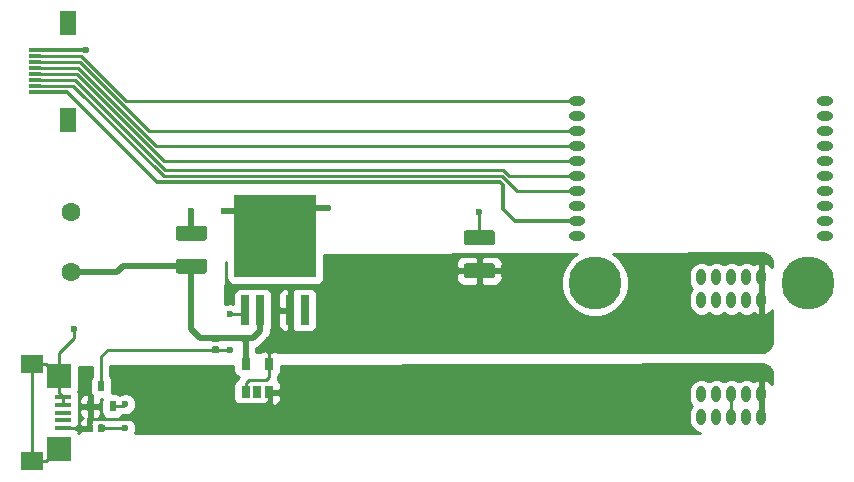
<source format=gbr>
G04 #@! TF.GenerationSoftware,KiCad,Pcbnew,(5.1.5)-3*
G04 #@! TF.CreationDate,2020-01-20T08:59:10+09:00*
G04 #@! TF.ProjectId,signaltower_host,7369676e-616c-4746-9f77-65725f686f73,rev?*
G04 #@! TF.SameCoordinates,Original*
G04 #@! TF.FileFunction,Copper,L1,Top*
G04 #@! TF.FilePolarity,Positive*
%FSLAX46Y46*%
G04 Gerber Fmt 4.6, Leading zero omitted, Abs format (unit mm)*
G04 Created by KiCad (PCBNEW (5.1.5)-3) date 2020-01-20 08:59:10*
%MOMM*%
%LPD*%
G04 APERTURE LIST*
%ADD10R,7.000000X7.000000*%
%ADD11R,0.760000X2.500000*%
%ADD12C,1.600000*%
%ADD13R,0.600000X0.900000*%
%ADD14R,1.350000X0.400000*%
%ADD15R,1.900000X1.600000*%
%ADD16R,2.000000X2.100000*%
%ADD17C,4.500000*%
%ADD18O,0.800000X1.400000*%
%ADD19O,1.400000X0.800000*%
%ADD20R,0.800000X1.000000*%
%ADD21R,0.700000X1.000000*%
%ADD22C,0.100000*%
%ADD23R,1.050000X0.350000*%
%ADD24R,1.350000X2.000000*%
%ADD25C,0.600000*%
%ADD26C,0.250000*%
%ADD27C,0.500000*%
%ADD28C,0.350000*%
%ADD29C,0.254000*%
G04 APERTURE END LIST*
D10*
X113538000Y-77978000D03*
D11*
X112268000Y-84228000D03*
X110998000Y-84228000D03*
X116078000Y-84228000D03*
X114808000Y-84228000D03*
D12*
X96266000Y-75946000D03*
X96266000Y-81026000D03*
D13*
X98806000Y-90678000D03*
X99756000Y-92378000D03*
X97856000Y-92378000D03*
D14*
X95575000Y-92262000D03*
X95575000Y-92912000D03*
X95575000Y-93562000D03*
X95575000Y-91612000D03*
D15*
X92900000Y-97012000D03*
D16*
X95250000Y-96012000D03*
D15*
X92900000Y-88812000D03*
D14*
X95575000Y-94212000D03*
D16*
X95250000Y-89812000D03*
D17*
X140606000Y-81923000D03*
X158606000Y-81923000D03*
D18*
X149606000Y-81463000D03*
X150876000Y-81463000D03*
X152146000Y-81463000D03*
X153416000Y-81463000D03*
X154686000Y-81463000D03*
X149606000Y-83383000D03*
X150876000Y-83383000D03*
X152146000Y-83383000D03*
X153416000Y-83383000D03*
X154686000Y-83383000D03*
D19*
X160091000Y-77978000D03*
X160091000Y-76708000D03*
X160091000Y-75438000D03*
X160091000Y-74168000D03*
X160091000Y-72898000D03*
X160091000Y-71628000D03*
X160091000Y-70358000D03*
X160091000Y-69088000D03*
X139121000Y-77978000D03*
X139121000Y-76708000D03*
X139121000Y-75438000D03*
X139121000Y-74168000D03*
X139121000Y-72898000D03*
X139121000Y-71628000D03*
X139121000Y-70358000D03*
X139121000Y-69088000D03*
X139121000Y-67818000D03*
X139121000Y-66548000D03*
X160091000Y-67818000D03*
X160091000Y-66548000D03*
D20*
X111014000Y-88786000D03*
X113014000Y-88786000D03*
X113014000Y-91186000D03*
X111014000Y-91186000D03*
D21*
X112014000Y-91186000D03*
G04 #@! TA.AperFunction,SMDPad,CuDef*
D22*
G36*
X108644958Y-87312710D02*
G01*
X108659276Y-87314834D01*
X108673317Y-87318351D01*
X108686946Y-87323228D01*
X108700031Y-87329417D01*
X108712447Y-87336858D01*
X108724073Y-87345481D01*
X108734798Y-87355202D01*
X108744519Y-87365927D01*
X108753142Y-87377553D01*
X108760583Y-87389969D01*
X108766772Y-87403054D01*
X108771649Y-87416683D01*
X108775166Y-87430724D01*
X108777290Y-87445042D01*
X108778000Y-87459500D01*
X108778000Y-87754500D01*
X108777290Y-87768958D01*
X108775166Y-87783276D01*
X108771649Y-87797317D01*
X108766772Y-87810946D01*
X108760583Y-87824031D01*
X108753142Y-87836447D01*
X108744519Y-87848073D01*
X108734798Y-87858798D01*
X108724073Y-87868519D01*
X108712447Y-87877142D01*
X108700031Y-87884583D01*
X108686946Y-87890772D01*
X108673317Y-87895649D01*
X108659276Y-87899166D01*
X108644958Y-87901290D01*
X108630500Y-87902000D01*
X108285500Y-87902000D01*
X108271042Y-87901290D01*
X108256724Y-87899166D01*
X108242683Y-87895649D01*
X108229054Y-87890772D01*
X108215969Y-87884583D01*
X108203553Y-87877142D01*
X108191927Y-87868519D01*
X108181202Y-87858798D01*
X108171481Y-87848073D01*
X108162858Y-87836447D01*
X108155417Y-87824031D01*
X108149228Y-87810946D01*
X108144351Y-87797317D01*
X108140834Y-87783276D01*
X108138710Y-87768958D01*
X108138000Y-87754500D01*
X108138000Y-87459500D01*
X108138710Y-87445042D01*
X108140834Y-87430724D01*
X108144351Y-87416683D01*
X108149228Y-87403054D01*
X108155417Y-87389969D01*
X108162858Y-87377553D01*
X108171481Y-87365927D01*
X108181202Y-87355202D01*
X108191927Y-87345481D01*
X108203553Y-87336858D01*
X108215969Y-87329417D01*
X108229054Y-87323228D01*
X108242683Y-87318351D01*
X108256724Y-87314834D01*
X108271042Y-87312710D01*
X108285500Y-87312000D01*
X108630500Y-87312000D01*
X108644958Y-87312710D01*
G37*
G04 #@! TD.AperFunction*
G04 #@! TA.AperFunction,SMDPad,CuDef*
G36*
X108644958Y-86342710D02*
G01*
X108659276Y-86344834D01*
X108673317Y-86348351D01*
X108686946Y-86353228D01*
X108700031Y-86359417D01*
X108712447Y-86366858D01*
X108724073Y-86375481D01*
X108734798Y-86385202D01*
X108744519Y-86395927D01*
X108753142Y-86407553D01*
X108760583Y-86419969D01*
X108766772Y-86433054D01*
X108771649Y-86446683D01*
X108775166Y-86460724D01*
X108777290Y-86475042D01*
X108778000Y-86489500D01*
X108778000Y-86784500D01*
X108777290Y-86798958D01*
X108775166Y-86813276D01*
X108771649Y-86827317D01*
X108766772Y-86840946D01*
X108760583Y-86854031D01*
X108753142Y-86866447D01*
X108744519Y-86878073D01*
X108734798Y-86888798D01*
X108724073Y-86898519D01*
X108712447Y-86907142D01*
X108700031Y-86914583D01*
X108686946Y-86920772D01*
X108673317Y-86925649D01*
X108659276Y-86929166D01*
X108644958Y-86931290D01*
X108630500Y-86932000D01*
X108285500Y-86932000D01*
X108271042Y-86931290D01*
X108256724Y-86929166D01*
X108242683Y-86925649D01*
X108229054Y-86920772D01*
X108215969Y-86914583D01*
X108203553Y-86907142D01*
X108191927Y-86898519D01*
X108181202Y-86888798D01*
X108171481Y-86878073D01*
X108162858Y-86866447D01*
X108155417Y-86854031D01*
X108149228Y-86840946D01*
X108144351Y-86827317D01*
X108140834Y-86813276D01*
X108138710Y-86798958D01*
X108138000Y-86784500D01*
X108138000Y-86489500D01*
X108138710Y-86475042D01*
X108140834Y-86460724D01*
X108144351Y-86446683D01*
X108149228Y-86433054D01*
X108155417Y-86419969D01*
X108162858Y-86407553D01*
X108171481Y-86395927D01*
X108181202Y-86385202D01*
X108191927Y-86375481D01*
X108203553Y-86366858D01*
X108215969Y-86359417D01*
X108229054Y-86353228D01*
X108242683Y-86348351D01*
X108256724Y-86344834D01*
X108271042Y-86342710D01*
X108285500Y-86342000D01*
X108630500Y-86342000D01*
X108644958Y-86342710D01*
G37*
G04 #@! TD.AperFunction*
G04 #@! TA.AperFunction,SMDPad,CuDef*
G36*
X98967958Y-93914710D02*
G01*
X98982276Y-93916834D01*
X98996317Y-93920351D01*
X99009946Y-93925228D01*
X99023031Y-93931417D01*
X99035447Y-93938858D01*
X99047073Y-93947481D01*
X99057798Y-93957202D01*
X99067519Y-93967927D01*
X99076142Y-93979553D01*
X99083583Y-93991969D01*
X99089772Y-94005054D01*
X99094649Y-94018683D01*
X99098166Y-94032724D01*
X99100290Y-94047042D01*
X99101000Y-94061500D01*
X99101000Y-94406500D01*
X99100290Y-94420958D01*
X99098166Y-94435276D01*
X99094649Y-94449317D01*
X99089772Y-94462946D01*
X99083583Y-94476031D01*
X99076142Y-94488447D01*
X99067519Y-94500073D01*
X99057798Y-94510798D01*
X99047073Y-94520519D01*
X99035447Y-94529142D01*
X99023031Y-94536583D01*
X99009946Y-94542772D01*
X98996317Y-94547649D01*
X98982276Y-94551166D01*
X98967958Y-94553290D01*
X98953500Y-94554000D01*
X98658500Y-94554000D01*
X98644042Y-94553290D01*
X98629724Y-94551166D01*
X98615683Y-94547649D01*
X98602054Y-94542772D01*
X98588969Y-94536583D01*
X98576553Y-94529142D01*
X98564927Y-94520519D01*
X98554202Y-94510798D01*
X98544481Y-94500073D01*
X98535858Y-94488447D01*
X98528417Y-94476031D01*
X98522228Y-94462946D01*
X98517351Y-94449317D01*
X98513834Y-94435276D01*
X98511710Y-94420958D01*
X98511000Y-94406500D01*
X98511000Y-94061500D01*
X98511710Y-94047042D01*
X98513834Y-94032724D01*
X98517351Y-94018683D01*
X98522228Y-94005054D01*
X98528417Y-93991969D01*
X98535858Y-93979553D01*
X98544481Y-93967927D01*
X98554202Y-93957202D01*
X98564927Y-93947481D01*
X98576553Y-93938858D01*
X98588969Y-93931417D01*
X98602054Y-93925228D01*
X98615683Y-93920351D01*
X98629724Y-93916834D01*
X98644042Y-93914710D01*
X98658500Y-93914000D01*
X98953500Y-93914000D01*
X98967958Y-93914710D01*
G37*
G04 #@! TD.AperFunction*
G04 #@! TA.AperFunction,SMDPad,CuDef*
G36*
X97997958Y-93914710D02*
G01*
X98012276Y-93916834D01*
X98026317Y-93920351D01*
X98039946Y-93925228D01*
X98053031Y-93931417D01*
X98065447Y-93938858D01*
X98077073Y-93947481D01*
X98087798Y-93957202D01*
X98097519Y-93967927D01*
X98106142Y-93979553D01*
X98113583Y-93991969D01*
X98119772Y-94005054D01*
X98124649Y-94018683D01*
X98128166Y-94032724D01*
X98130290Y-94047042D01*
X98131000Y-94061500D01*
X98131000Y-94406500D01*
X98130290Y-94420958D01*
X98128166Y-94435276D01*
X98124649Y-94449317D01*
X98119772Y-94462946D01*
X98113583Y-94476031D01*
X98106142Y-94488447D01*
X98097519Y-94500073D01*
X98087798Y-94510798D01*
X98077073Y-94520519D01*
X98065447Y-94529142D01*
X98053031Y-94536583D01*
X98039946Y-94542772D01*
X98026317Y-94547649D01*
X98012276Y-94551166D01*
X97997958Y-94553290D01*
X97983500Y-94554000D01*
X97688500Y-94554000D01*
X97674042Y-94553290D01*
X97659724Y-94551166D01*
X97645683Y-94547649D01*
X97632054Y-94542772D01*
X97618969Y-94536583D01*
X97606553Y-94529142D01*
X97594927Y-94520519D01*
X97584202Y-94510798D01*
X97574481Y-94500073D01*
X97565858Y-94488447D01*
X97558417Y-94476031D01*
X97552228Y-94462946D01*
X97547351Y-94449317D01*
X97543834Y-94435276D01*
X97541710Y-94420958D01*
X97541000Y-94406500D01*
X97541000Y-94061500D01*
X97541710Y-94047042D01*
X97543834Y-94032724D01*
X97547351Y-94018683D01*
X97552228Y-94005054D01*
X97558417Y-93991969D01*
X97565858Y-93979553D01*
X97574481Y-93967927D01*
X97584202Y-93957202D01*
X97594927Y-93947481D01*
X97606553Y-93938858D01*
X97618969Y-93931417D01*
X97632054Y-93925228D01*
X97645683Y-93920351D01*
X97659724Y-93916834D01*
X97674042Y-93914710D01*
X97688500Y-93914000D01*
X97983500Y-93914000D01*
X97997958Y-93914710D01*
G37*
G04 #@! TD.AperFunction*
D18*
X149606000Y-91369000D03*
X150876000Y-91369000D03*
X152146000Y-91369000D03*
X153416000Y-91369000D03*
X154686000Y-91369000D03*
X154686000Y-93289000D03*
X149606000Y-93289000D03*
X150876000Y-93289000D03*
X153416000Y-93289000D03*
X152146000Y-93289000D03*
D23*
X93218000Y-65746000D03*
X93218000Y-65246000D03*
X93218000Y-64746000D03*
X93218000Y-64246000D03*
X93218000Y-62246000D03*
X93218000Y-62746000D03*
X93218000Y-63246000D03*
X93218000Y-63746000D03*
D24*
X95968000Y-59896000D03*
X95968000Y-68096000D03*
G04 #@! TA.AperFunction,SMDPad,CuDef*
D22*
G36*
X131909504Y-77478204D02*
G01*
X131933773Y-77481804D01*
X131957571Y-77487765D01*
X131980671Y-77496030D01*
X132002849Y-77506520D01*
X132023893Y-77519133D01*
X132043598Y-77533747D01*
X132061777Y-77550223D01*
X132078253Y-77568402D01*
X132092867Y-77588107D01*
X132105480Y-77609151D01*
X132115970Y-77631329D01*
X132124235Y-77654429D01*
X132130196Y-77678227D01*
X132133796Y-77702496D01*
X132135000Y-77727000D01*
X132135000Y-78477000D01*
X132133796Y-78501504D01*
X132130196Y-78525773D01*
X132124235Y-78549571D01*
X132115970Y-78572671D01*
X132105480Y-78594849D01*
X132092867Y-78615893D01*
X132078253Y-78635598D01*
X132061777Y-78653777D01*
X132043598Y-78670253D01*
X132023893Y-78684867D01*
X132002849Y-78697480D01*
X131980671Y-78707970D01*
X131957571Y-78716235D01*
X131933773Y-78722196D01*
X131909504Y-78725796D01*
X131885000Y-78727000D01*
X129735000Y-78727000D01*
X129710496Y-78725796D01*
X129686227Y-78722196D01*
X129662429Y-78716235D01*
X129639329Y-78707970D01*
X129617151Y-78697480D01*
X129596107Y-78684867D01*
X129576402Y-78670253D01*
X129558223Y-78653777D01*
X129541747Y-78635598D01*
X129527133Y-78615893D01*
X129514520Y-78594849D01*
X129504030Y-78572671D01*
X129495765Y-78549571D01*
X129489804Y-78525773D01*
X129486204Y-78501504D01*
X129485000Y-78477000D01*
X129485000Y-77727000D01*
X129486204Y-77702496D01*
X129489804Y-77678227D01*
X129495765Y-77654429D01*
X129504030Y-77631329D01*
X129514520Y-77609151D01*
X129527133Y-77588107D01*
X129541747Y-77568402D01*
X129558223Y-77550223D01*
X129576402Y-77533747D01*
X129596107Y-77519133D01*
X129617151Y-77506520D01*
X129639329Y-77496030D01*
X129662429Y-77487765D01*
X129686227Y-77481804D01*
X129710496Y-77478204D01*
X129735000Y-77477000D01*
X131885000Y-77477000D01*
X131909504Y-77478204D01*
G37*
G04 #@! TD.AperFunction*
G04 #@! TA.AperFunction,SMDPad,CuDef*
G36*
X131909504Y-80278204D02*
G01*
X131933773Y-80281804D01*
X131957571Y-80287765D01*
X131980671Y-80296030D01*
X132002849Y-80306520D01*
X132023893Y-80319133D01*
X132043598Y-80333747D01*
X132061777Y-80350223D01*
X132078253Y-80368402D01*
X132092867Y-80388107D01*
X132105480Y-80409151D01*
X132115970Y-80431329D01*
X132124235Y-80454429D01*
X132130196Y-80478227D01*
X132133796Y-80502496D01*
X132135000Y-80527000D01*
X132135000Y-81277000D01*
X132133796Y-81301504D01*
X132130196Y-81325773D01*
X132124235Y-81349571D01*
X132115970Y-81372671D01*
X132105480Y-81394849D01*
X132092867Y-81415893D01*
X132078253Y-81435598D01*
X132061777Y-81453777D01*
X132043598Y-81470253D01*
X132023893Y-81484867D01*
X132002849Y-81497480D01*
X131980671Y-81507970D01*
X131957571Y-81516235D01*
X131933773Y-81522196D01*
X131909504Y-81525796D01*
X131885000Y-81527000D01*
X129735000Y-81527000D01*
X129710496Y-81525796D01*
X129686227Y-81522196D01*
X129662429Y-81516235D01*
X129639329Y-81507970D01*
X129617151Y-81497480D01*
X129596107Y-81484867D01*
X129576402Y-81470253D01*
X129558223Y-81453777D01*
X129541747Y-81435598D01*
X129527133Y-81415893D01*
X129514520Y-81394849D01*
X129504030Y-81372671D01*
X129495765Y-81349571D01*
X129489804Y-81325773D01*
X129486204Y-81301504D01*
X129485000Y-81277000D01*
X129485000Y-80527000D01*
X129486204Y-80502496D01*
X129489804Y-80478227D01*
X129495765Y-80454429D01*
X129504030Y-80431329D01*
X129514520Y-80409151D01*
X129527133Y-80388107D01*
X129541747Y-80368402D01*
X129558223Y-80350223D01*
X129576402Y-80333747D01*
X129596107Y-80319133D01*
X129617151Y-80306520D01*
X129639329Y-80296030D01*
X129662429Y-80287765D01*
X129686227Y-80281804D01*
X129710496Y-80278204D01*
X129735000Y-80277000D01*
X131885000Y-80277000D01*
X131909504Y-80278204D01*
G37*
G04 #@! TD.AperFunction*
G04 #@! TA.AperFunction,SMDPad,CuDef*
G36*
X107525504Y-77100204D02*
G01*
X107549773Y-77103804D01*
X107573571Y-77109765D01*
X107596671Y-77118030D01*
X107618849Y-77128520D01*
X107639893Y-77141133D01*
X107659598Y-77155747D01*
X107677777Y-77172223D01*
X107694253Y-77190402D01*
X107708867Y-77210107D01*
X107721480Y-77231151D01*
X107731970Y-77253329D01*
X107740235Y-77276429D01*
X107746196Y-77300227D01*
X107749796Y-77324496D01*
X107751000Y-77349000D01*
X107751000Y-78099000D01*
X107749796Y-78123504D01*
X107746196Y-78147773D01*
X107740235Y-78171571D01*
X107731970Y-78194671D01*
X107721480Y-78216849D01*
X107708867Y-78237893D01*
X107694253Y-78257598D01*
X107677777Y-78275777D01*
X107659598Y-78292253D01*
X107639893Y-78306867D01*
X107618849Y-78319480D01*
X107596671Y-78329970D01*
X107573571Y-78338235D01*
X107549773Y-78344196D01*
X107525504Y-78347796D01*
X107501000Y-78349000D01*
X105351000Y-78349000D01*
X105326496Y-78347796D01*
X105302227Y-78344196D01*
X105278429Y-78338235D01*
X105255329Y-78329970D01*
X105233151Y-78319480D01*
X105212107Y-78306867D01*
X105192402Y-78292253D01*
X105174223Y-78275777D01*
X105157747Y-78257598D01*
X105143133Y-78237893D01*
X105130520Y-78216849D01*
X105120030Y-78194671D01*
X105111765Y-78171571D01*
X105105804Y-78147773D01*
X105102204Y-78123504D01*
X105101000Y-78099000D01*
X105101000Y-77349000D01*
X105102204Y-77324496D01*
X105105804Y-77300227D01*
X105111765Y-77276429D01*
X105120030Y-77253329D01*
X105130520Y-77231151D01*
X105143133Y-77210107D01*
X105157747Y-77190402D01*
X105174223Y-77172223D01*
X105192402Y-77155747D01*
X105212107Y-77141133D01*
X105233151Y-77128520D01*
X105255329Y-77118030D01*
X105278429Y-77109765D01*
X105302227Y-77103804D01*
X105326496Y-77100204D01*
X105351000Y-77099000D01*
X107501000Y-77099000D01*
X107525504Y-77100204D01*
G37*
G04 #@! TD.AperFunction*
G04 #@! TA.AperFunction,SMDPad,CuDef*
G36*
X107525504Y-79900204D02*
G01*
X107549773Y-79903804D01*
X107573571Y-79909765D01*
X107596671Y-79918030D01*
X107618849Y-79928520D01*
X107639893Y-79941133D01*
X107659598Y-79955747D01*
X107677777Y-79972223D01*
X107694253Y-79990402D01*
X107708867Y-80010107D01*
X107721480Y-80031151D01*
X107731970Y-80053329D01*
X107740235Y-80076429D01*
X107746196Y-80100227D01*
X107749796Y-80124496D01*
X107751000Y-80149000D01*
X107751000Y-80899000D01*
X107749796Y-80923504D01*
X107746196Y-80947773D01*
X107740235Y-80971571D01*
X107731970Y-80994671D01*
X107721480Y-81016849D01*
X107708867Y-81037893D01*
X107694253Y-81057598D01*
X107677777Y-81075777D01*
X107659598Y-81092253D01*
X107639893Y-81106867D01*
X107618849Y-81119480D01*
X107596671Y-81129970D01*
X107573571Y-81138235D01*
X107549773Y-81144196D01*
X107525504Y-81147796D01*
X107501000Y-81149000D01*
X105351000Y-81149000D01*
X105326496Y-81147796D01*
X105302227Y-81144196D01*
X105278429Y-81138235D01*
X105255329Y-81129970D01*
X105233151Y-81119480D01*
X105212107Y-81106867D01*
X105192402Y-81092253D01*
X105174223Y-81075777D01*
X105157747Y-81057598D01*
X105143133Y-81037893D01*
X105130520Y-81016849D01*
X105120030Y-80994671D01*
X105111765Y-80971571D01*
X105105804Y-80947773D01*
X105102204Y-80923504D01*
X105101000Y-80899000D01*
X105101000Y-80149000D01*
X105102204Y-80124496D01*
X105105804Y-80100227D01*
X105111765Y-80076429D01*
X105120030Y-80053329D01*
X105130520Y-80031151D01*
X105143133Y-80010107D01*
X105157747Y-79990402D01*
X105174223Y-79972223D01*
X105192402Y-79955747D01*
X105212107Y-79941133D01*
X105233151Y-79928520D01*
X105255329Y-79918030D01*
X105278429Y-79909765D01*
X105302227Y-79903804D01*
X105326496Y-79900204D01*
X105351000Y-79899000D01*
X107501000Y-79899000D01*
X107525504Y-79900204D01*
G37*
G04 #@! TD.AperFunction*
D25*
X117975000Y-75600000D03*
X97536000Y-62230000D03*
X96520000Y-85852000D03*
X106400000Y-75825000D03*
X100838000Y-94234000D03*
X100838000Y-92202000D03*
X130810000Y-75946000D03*
X109225000Y-75850000D03*
X109728000Y-87630000D03*
X109728000Y-84582000D03*
D26*
X110998000Y-88770000D02*
X111014000Y-88786000D01*
D27*
X111014000Y-86884000D02*
X111014000Y-88786000D01*
X110744000Y-86614000D02*
X111014000Y-86884000D01*
X107188000Y-86614000D02*
X110744000Y-86614000D01*
X106426000Y-80524000D02*
X106426000Y-85852000D01*
X106426000Y-85852000D02*
X107188000Y-86614000D01*
X112268000Y-85978000D02*
X112268000Y-84228000D01*
X111632000Y-86614000D02*
X112268000Y-85978000D01*
X110744000Y-86614000D02*
X111632000Y-86614000D01*
X96266000Y-81026000D02*
X100124000Y-81026000D01*
X100626000Y-80524000D02*
X106426000Y-80524000D01*
X100124000Y-81026000D02*
X100626000Y-80524000D01*
D26*
X154686000Y-83058000D02*
X154686000Y-83438318D01*
X111014000Y-90436000D02*
X111280000Y-90170000D01*
X111014000Y-91186000D02*
X111014000Y-90436000D01*
X111280000Y-90170000D02*
X112776000Y-90170000D01*
X113014000Y-89932000D02*
X113014000Y-88786000D01*
X112776000Y-90170000D02*
X113014000Y-89932000D01*
X154686000Y-86106000D02*
X154686000Y-83058000D01*
X154178000Y-86614000D02*
X154686000Y-86106000D01*
X113014000Y-88786000D02*
X113014000Y-87138000D01*
X113014000Y-87138000D02*
X113538000Y-86614000D01*
X114808000Y-86614000D02*
X114808000Y-84228000D01*
X113538000Y-86614000D02*
X114808000Y-86614000D01*
X130810000Y-81527000D02*
X130810000Y-86614000D01*
X130810000Y-80902000D02*
X130810000Y-81527000D01*
X114808000Y-86614000D02*
X130810000Y-86614000D01*
X130810000Y-86614000D02*
X154178000Y-86614000D01*
D28*
X93218000Y-62246000D02*
X97520000Y-62246000D01*
D26*
X97520000Y-62246000D02*
X97536000Y-62230000D01*
X95100000Y-89812000D02*
X95250000Y-89812000D01*
X94100000Y-88812000D02*
X95100000Y-89812000D01*
X92900000Y-88812000D02*
X94100000Y-88812000D01*
X96520000Y-85852000D02*
X96520000Y-86614000D01*
X95250000Y-87884000D02*
X95250000Y-89812000D01*
X96520000Y-86614000D02*
X95250000Y-87884000D01*
X95250000Y-91287000D02*
X95575000Y-91612000D01*
X95250000Y-89812000D02*
X95250000Y-91287000D01*
X95575000Y-91612000D02*
X95575000Y-92262000D01*
X95100000Y-96012000D02*
X95250000Y-96012000D01*
X94100000Y-97012000D02*
X95100000Y-96012000D01*
X92900000Y-97012000D02*
X94100000Y-97012000D01*
X92900000Y-89862000D02*
X92900000Y-97012000D01*
X92900000Y-88812000D02*
X92900000Y-89862000D01*
X98806000Y-94234000D02*
X100838000Y-94234000D01*
X100662000Y-92378000D02*
X100838000Y-92202000D01*
X99756000Y-92378000D02*
X100662000Y-92378000D01*
X130810000Y-75946000D02*
X130810000Y-78102000D01*
D27*
X106426000Y-75851000D02*
X106400000Y-75825000D01*
X106426000Y-77724000D02*
X106426000Y-75851000D01*
X111410000Y-75850000D02*
X113538000Y-77978000D01*
X109225000Y-75850000D02*
X111410000Y-75850000D01*
X115916000Y-75600000D02*
X113538000Y-77978000D01*
X117975000Y-75600000D02*
X115916000Y-75600000D01*
D26*
X99337000Y-87607000D02*
X108458000Y-87607000D01*
X98806000Y-90678000D02*
X98806000Y-88138000D01*
X98806000Y-88138000D02*
X99337000Y-87607000D01*
X108458000Y-87607000D02*
X109451000Y-87607000D01*
X109451000Y-87607000D02*
X109474000Y-87630000D01*
X109474000Y-87630000D02*
X109728000Y-87630000D01*
X110998000Y-84328000D02*
X110998000Y-84228000D01*
X110644000Y-84582000D02*
X110998000Y-84228000D01*
X109728000Y-84582000D02*
X110644000Y-84582000D01*
X93218000Y-65246000D02*
X96444948Y-65246000D01*
X133986410Y-74168000D02*
X139446000Y-74168000D01*
X132716410Y-72898000D02*
X133986410Y-74168000D01*
X104096948Y-72898000D02*
X132716410Y-72898000D01*
X96444948Y-65246000D02*
X104096948Y-72898000D01*
X96581358Y-64746000D02*
X93218000Y-64746000D01*
X133352820Y-72898000D02*
X132844820Y-72390000D01*
X139446000Y-72898000D02*
X133352820Y-72898000D01*
X132844820Y-72390000D02*
X104225358Y-72390000D01*
X104225358Y-72390000D02*
X96581358Y-64746000D01*
X139425884Y-71648116D02*
X139446000Y-71628000D01*
X93218000Y-64246000D02*
X96717768Y-64246000D01*
X104119884Y-71648116D02*
X139425884Y-71648116D01*
X96717768Y-64246000D02*
X104119884Y-71648116D01*
X93218000Y-63746000D02*
X96854178Y-63746000D01*
X103466178Y-70358000D02*
X103041089Y-69932911D01*
X139446000Y-70358000D02*
X103466178Y-70358000D01*
X103016169Y-69907991D02*
X101898089Y-68789911D01*
X96854178Y-63746000D02*
X102196178Y-69088000D01*
X96990588Y-63246000D02*
X93218000Y-63246000D01*
X139446000Y-69088000D02*
X102832588Y-69088000D01*
X102832588Y-69088000D02*
X96990588Y-63246000D01*
X93218000Y-62746000D02*
X97126998Y-62746000D01*
X97126998Y-62746000D02*
X100928998Y-66548000D01*
X100928998Y-66548000D02*
X139446000Y-66548000D01*
D28*
X93218000Y-65746000D02*
X95878002Y-65746000D01*
D26*
X113792000Y-73406000D02*
X114554000Y-73406000D01*
D28*
X103538002Y-73406000D02*
X113792000Y-73406000D01*
X95878002Y-65746000D02*
X103538002Y-73406000D01*
X132588000Y-73406000D02*
X113792000Y-73406000D01*
X132842000Y-73660000D02*
X132588000Y-73406000D01*
X133858000Y-76708000D02*
X132842000Y-75692000D01*
X139446000Y-76708000D02*
X133858000Y-76708000D01*
X132842000Y-75692000D02*
X132842000Y-73660000D01*
D26*
X152146000Y-91694000D02*
X152146000Y-92964000D01*
X154686000Y-92964000D02*
X154686000Y-91694000D01*
X97836000Y-92398000D02*
X97856000Y-92378000D01*
X97814000Y-94212000D02*
X97836000Y-94234000D01*
X95575000Y-94212000D02*
X97814000Y-94212000D01*
X145288000Y-91186000D02*
X145796000Y-90678000D01*
X154686000Y-89916000D02*
X154686000Y-91694000D01*
X113014000Y-91186000D02*
X145288000Y-91186000D01*
X145796000Y-89662000D02*
X146050000Y-89408000D01*
X145796000Y-90678000D02*
X145796000Y-89662000D01*
X146050000Y-89408000D02*
X154178000Y-89408000D01*
X154178000Y-89408000D02*
X154686000Y-89916000D01*
X113014000Y-91936000D02*
X112748000Y-92202000D01*
X113014000Y-91186000D02*
X113014000Y-91936000D01*
X112748000Y-92202000D02*
X102870000Y-92202000D01*
X101646000Y-93426000D02*
X97836000Y-93426000D01*
X102870000Y-92202000D02*
X101646000Y-93426000D01*
X97836000Y-94234000D02*
X97836000Y-93426000D01*
X97836000Y-93426000D02*
X97836000Y-92398000D01*
D29*
G36*
X154868103Y-79397058D02*
G01*
X155032541Y-79446143D01*
X155184186Y-79526468D01*
X155317180Y-79634931D01*
X155426365Y-79767328D01*
X155507517Y-79918529D01*
X155557503Y-80082705D01*
X155575000Y-80259737D01*
X155575000Y-80623125D01*
X155476013Y-80482388D01*
X155328052Y-80341342D01*
X155155418Y-80231872D01*
X154972123Y-80168334D01*
X154813000Y-80296002D01*
X154813000Y-81336000D01*
X154833000Y-81336000D01*
X154833000Y-81590000D01*
X154813000Y-81590000D01*
X154813000Y-83256000D01*
X154833000Y-83256000D01*
X154833000Y-83510000D01*
X154813000Y-83510000D01*
X154813000Y-84549998D01*
X154972123Y-84677666D01*
X155155418Y-84614128D01*
X155328052Y-84504658D01*
X155476013Y-84363612D01*
X155575000Y-84222875D01*
X155575000Y-86877766D01*
X155557624Y-87054189D01*
X155507978Y-87217850D01*
X155427362Y-87368672D01*
X155318870Y-87500870D01*
X155186672Y-87609362D01*
X155035850Y-87689978D01*
X154872189Y-87739624D01*
X154695766Y-87757000D01*
X113770367Y-87757000D01*
X113768494Y-87755463D01*
X113658180Y-87696498D01*
X113538482Y-87660188D01*
X113414000Y-87647928D01*
X113299750Y-87651000D01*
X113193750Y-87757000D01*
X112834250Y-87757000D01*
X112728250Y-87651000D01*
X112614000Y-87647928D01*
X112489518Y-87660188D01*
X112369820Y-87696498D01*
X112259506Y-87755463D01*
X112257633Y-87757000D01*
X111899000Y-87757000D01*
X111899000Y-87457829D01*
X111972313Y-87435589D01*
X112126059Y-87353411D01*
X112260817Y-87242817D01*
X112288534Y-87209044D01*
X112863050Y-86634529D01*
X112896817Y-86606817D01*
X113007411Y-86472059D01*
X113089589Y-86318313D01*
X113140195Y-86151490D01*
X113153000Y-86021477D01*
X113153000Y-86021469D01*
X113157281Y-85978000D01*
X113153000Y-85934531D01*
X113153000Y-85863611D01*
X113178537Y-85832494D01*
X113237502Y-85722180D01*
X113273812Y-85602482D01*
X113286072Y-85478000D01*
X113789928Y-85478000D01*
X113802188Y-85602482D01*
X113838498Y-85722180D01*
X113897463Y-85832494D01*
X113976815Y-85929185D01*
X114073506Y-86008537D01*
X114183820Y-86067502D01*
X114303518Y-86103812D01*
X114428000Y-86116072D01*
X114522250Y-86113000D01*
X114681000Y-85954250D01*
X114681000Y-84355000D01*
X113951750Y-84355000D01*
X113793000Y-84513750D01*
X113789928Y-85478000D01*
X113286072Y-85478000D01*
X113286072Y-82978000D01*
X113789928Y-82978000D01*
X113793000Y-83942250D01*
X113951750Y-84101000D01*
X114681000Y-84101000D01*
X114681000Y-82501750D01*
X114935000Y-82501750D01*
X114935000Y-84101000D01*
X114955000Y-84101000D01*
X114955000Y-84355000D01*
X114935000Y-84355000D01*
X114935000Y-85954250D01*
X115093750Y-86113000D01*
X115188000Y-86116072D01*
X115312482Y-86103812D01*
X115432180Y-86067502D01*
X115443000Y-86061718D01*
X115453820Y-86067502D01*
X115573518Y-86103812D01*
X115698000Y-86116072D01*
X116458000Y-86116072D01*
X116582482Y-86103812D01*
X116702180Y-86067502D01*
X116812494Y-86008537D01*
X116909185Y-85929185D01*
X116988537Y-85832494D01*
X117047502Y-85722180D01*
X117083812Y-85602482D01*
X117096072Y-85478000D01*
X117096072Y-82978000D01*
X117083812Y-82853518D01*
X117047502Y-82733820D01*
X116988537Y-82623506D01*
X116909185Y-82526815D01*
X116812494Y-82447463D01*
X116702180Y-82388498D01*
X116582482Y-82352188D01*
X116458000Y-82339928D01*
X115698000Y-82339928D01*
X115573518Y-82352188D01*
X115453820Y-82388498D01*
X115443000Y-82394282D01*
X115432180Y-82388498D01*
X115312482Y-82352188D01*
X115188000Y-82339928D01*
X115093750Y-82343000D01*
X114935000Y-82501750D01*
X114681000Y-82501750D01*
X114522250Y-82343000D01*
X114428000Y-82339928D01*
X114303518Y-82352188D01*
X114183820Y-82388498D01*
X114073506Y-82447463D01*
X113976815Y-82526815D01*
X113897463Y-82623506D01*
X113838498Y-82733820D01*
X113802188Y-82853518D01*
X113789928Y-82978000D01*
X113286072Y-82978000D01*
X113273812Y-82853518D01*
X113237502Y-82733820D01*
X113178537Y-82623506D01*
X113099185Y-82526815D01*
X113002494Y-82447463D01*
X112892180Y-82388498D01*
X112772482Y-82352188D01*
X112648000Y-82339928D01*
X111888000Y-82339928D01*
X111763518Y-82352188D01*
X111643820Y-82388498D01*
X111633000Y-82394282D01*
X111622180Y-82388498D01*
X111502482Y-82352188D01*
X111378000Y-82339928D01*
X110618000Y-82339928D01*
X110493518Y-82352188D01*
X110373820Y-82388498D01*
X110263506Y-82447463D01*
X110166815Y-82526815D01*
X110087463Y-82623506D01*
X110028498Y-82733820D01*
X109992188Y-82853518D01*
X109979928Y-82978000D01*
X109979928Y-83678794D01*
X109820089Y-83647000D01*
X109635911Y-83647000D01*
X109455271Y-83682932D01*
X109285111Y-83753414D01*
X109283545Y-83754460D01*
X109332272Y-80489760D01*
X109351799Y-80315859D01*
X109399928Y-80163318D01*
X109399928Y-81478000D01*
X109412188Y-81602482D01*
X109448498Y-81722180D01*
X109507463Y-81832494D01*
X109586815Y-81929185D01*
X109683506Y-82008537D01*
X109793820Y-82067502D01*
X109913518Y-82103812D01*
X110038000Y-82116072D01*
X117038000Y-82116072D01*
X117162482Y-82103812D01*
X117282180Y-82067502D01*
X117392494Y-82008537D01*
X117489185Y-81929185D01*
X117568537Y-81832494D01*
X117627502Y-81722180D01*
X117663812Y-81602482D01*
X117671246Y-81527000D01*
X128846928Y-81527000D01*
X128859188Y-81651482D01*
X128895498Y-81771180D01*
X128954463Y-81881494D01*
X129033815Y-81978185D01*
X129130506Y-82057537D01*
X129240820Y-82116502D01*
X129360518Y-82152812D01*
X129485000Y-82165072D01*
X130524250Y-82162000D01*
X130683000Y-82003250D01*
X130683000Y-81029000D01*
X130937000Y-81029000D01*
X130937000Y-82003250D01*
X131095750Y-82162000D01*
X132135000Y-82165072D01*
X132259482Y-82152812D01*
X132379180Y-82116502D01*
X132489494Y-82057537D01*
X132586185Y-81978185D01*
X132665537Y-81881494D01*
X132724502Y-81771180D01*
X132760812Y-81651482D01*
X132773072Y-81527000D01*
X132770000Y-81187750D01*
X132611250Y-81029000D01*
X130937000Y-81029000D01*
X130683000Y-81029000D01*
X129008750Y-81029000D01*
X128850000Y-81187750D01*
X128846928Y-81527000D01*
X117671246Y-81527000D01*
X117676072Y-81478000D01*
X117676072Y-80277000D01*
X128846928Y-80277000D01*
X128850000Y-80616250D01*
X129008750Y-80775000D01*
X130683000Y-80775000D01*
X130683000Y-79800750D01*
X130937000Y-79800750D01*
X130937000Y-80775000D01*
X132611250Y-80775000D01*
X132770000Y-80616250D01*
X132773072Y-80277000D01*
X132760812Y-80152518D01*
X132724502Y-80032820D01*
X132665537Y-79922506D01*
X132586185Y-79825815D01*
X132489494Y-79746463D01*
X132379180Y-79687498D01*
X132259482Y-79651188D01*
X132135000Y-79638928D01*
X131095750Y-79642000D01*
X130937000Y-79800750D01*
X130683000Y-79800750D01*
X130524250Y-79642000D01*
X129485000Y-79638928D01*
X129360518Y-79651188D01*
X129240820Y-79687498D01*
X129130506Y-79746463D01*
X129033815Y-79825815D01*
X128954463Y-79922506D01*
X128895498Y-80032820D01*
X128859188Y-80152518D01*
X128846928Y-80277000D01*
X117676072Y-80277000D01*
X117676072Y-79582793D01*
X139090636Y-79465774D01*
X138766920Y-79682074D01*
X138365074Y-80083920D01*
X138049346Y-80556440D01*
X137831869Y-81081477D01*
X137721000Y-81638852D01*
X137721000Y-82207148D01*
X137831869Y-82764523D01*
X138049346Y-83289560D01*
X138365074Y-83762080D01*
X138766920Y-84163926D01*
X139239440Y-84479654D01*
X139764477Y-84697131D01*
X140321852Y-84808000D01*
X140890148Y-84808000D01*
X141447523Y-84697131D01*
X141972560Y-84479654D01*
X142445080Y-84163926D01*
X142846926Y-83762080D01*
X143162654Y-83289560D01*
X143380131Y-82764523D01*
X143491000Y-82207148D01*
X143491000Y-81638852D01*
X143386235Y-81112162D01*
X148571000Y-81112162D01*
X148571000Y-81813837D01*
X148585976Y-81965894D01*
X148645159Y-82160992D01*
X148741266Y-82340797D01*
X148808728Y-82423000D01*
X148741266Y-82505203D01*
X148645159Y-82685008D01*
X148585976Y-82880106D01*
X148571000Y-83032163D01*
X148571000Y-83733838D01*
X148585976Y-83885895D01*
X148645160Y-84080993D01*
X148741267Y-84260797D01*
X148870605Y-84418396D01*
X149028204Y-84547734D01*
X149208008Y-84643841D01*
X149403106Y-84703024D01*
X149606000Y-84723007D01*
X149808895Y-84703024D01*
X150003993Y-84643841D01*
X150183797Y-84547734D01*
X150241001Y-84500788D01*
X150298204Y-84547734D01*
X150478008Y-84643841D01*
X150673106Y-84703024D01*
X150876000Y-84723007D01*
X151078895Y-84703024D01*
X151273993Y-84643841D01*
X151453797Y-84547734D01*
X151511001Y-84500788D01*
X151568204Y-84547734D01*
X151748008Y-84643841D01*
X151943106Y-84703024D01*
X152146000Y-84723007D01*
X152348895Y-84703024D01*
X152543993Y-84643841D01*
X152723797Y-84547734D01*
X152781001Y-84500788D01*
X152838204Y-84547734D01*
X153018008Y-84643841D01*
X153213106Y-84703024D01*
X153416000Y-84723007D01*
X153618895Y-84703024D01*
X153813993Y-84643841D01*
X153993797Y-84547734D01*
X154045267Y-84505494D01*
X154216582Y-84614128D01*
X154399877Y-84677666D01*
X154559000Y-84549998D01*
X154559000Y-83510000D01*
X154539000Y-83510000D01*
X154539000Y-83256000D01*
X154559000Y-83256000D01*
X154559000Y-81590000D01*
X154539000Y-81590000D01*
X154539000Y-81336000D01*
X154559000Y-81336000D01*
X154559000Y-80296002D01*
X154399877Y-80168334D01*
X154216582Y-80231872D01*
X154045267Y-80340506D01*
X153993797Y-80298266D01*
X153813993Y-80202159D01*
X153618895Y-80142976D01*
X153416000Y-80122993D01*
X153213106Y-80142976D01*
X153018008Y-80202159D01*
X152838204Y-80298266D01*
X152781001Y-80345212D01*
X152723797Y-80298266D01*
X152543993Y-80202159D01*
X152348895Y-80142976D01*
X152146000Y-80122993D01*
X151943106Y-80142976D01*
X151748008Y-80202159D01*
X151568204Y-80298266D01*
X151511001Y-80345212D01*
X151453797Y-80298266D01*
X151273993Y-80202159D01*
X151078895Y-80142976D01*
X150876000Y-80122993D01*
X150673106Y-80142976D01*
X150478008Y-80202159D01*
X150298204Y-80298266D01*
X150241001Y-80345212D01*
X150183797Y-80298266D01*
X150003993Y-80202159D01*
X149808895Y-80142976D01*
X149606000Y-80122993D01*
X149403106Y-80142976D01*
X149208008Y-80202159D01*
X149028204Y-80298266D01*
X148870605Y-80427604D01*
X148741267Y-80585203D01*
X148645160Y-80765007D01*
X148585976Y-80960105D01*
X148571000Y-81112162D01*
X143386235Y-81112162D01*
X143380131Y-81081477D01*
X143162654Y-80556440D01*
X142846926Y-80083920D01*
X142445080Y-79682074D01*
X142096779Y-79449347D01*
X154690963Y-79380526D01*
X154868103Y-79397058D01*
G37*
X154868103Y-79397058D02*
X155032541Y-79446143D01*
X155184186Y-79526468D01*
X155317180Y-79634931D01*
X155426365Y-79767328D01*
X155507517Y-79918529D01*
X155557503Y-80082705D01*
X155575000Y-80259737D01*
X155575000Y-80623125D01*
X155476013Y-80482388D01*
X155328052Y-80341342D01*
X155155418Y-80231872D01*
X154972123Y-80168334D01*
X154813000Y-80296002D01*
X154813000Y-81336000D01*
X154833000Y-81336000D01*
X154833000Y-81590000D01*
X154813000Y-81590000D01*
X154813000Y-83256000D01*
X154833000Y-83256000D01*
X154833000Y-83510000D01*
X154813000Y-83510000D01*
X154813000Y-84549998D01*
X154972123Y-84677666D01*
X155155418Y-84614128D01*
X155328052Y-84504658D01*
X155476013Y-84363612D01*
X155575000Y-84222875D01*
X155575000Y-86877766D01*
X155557624Y-87054189D01*
X155507978Y-87217850D01*
X155427362Y-87368672D01*
X155318870Y-87500870D01*
X155186672Y-87609362D01*
X155035850Y-87689978D01*
X154872189Y-87739624D01*
X154695766Y-87757000D01*
X113770367Y-87757000D01*
X113768494Y-87755463D01*
X113658180Y-87696498D01*
X113538482Y-87660188D01*
X113414000Y-87647928D01*
X113299750Y-87651000D01*
X113193750Y-87757000D01*
X112834250Y-87757000D01*
X112728250Y-87651000D01*
X112614000Y-87647928D01*
X112489518Y-87660188D01*
X112369820Y-87696498D01*
X112259506Y-87755463D01*
X112257633Y-87757000D01*
X111899000Y-87757000D01*
X111899000Y-87457829D01*
X111972313Y-87435589D01*
X112126059Y-87353411D01*
X112260817Y-87242817D01*
X112288534Y-87209044D01*
X112863050Y-86634529D01*
X112896817Y-86606817D01*
X113007411Y-86472059D01*
X113089589Y-86318313D01*
X113140195Y-86151490D01*
X113153000Y-86021477D01*
X113153000Y-86021469D01*
X113157281Y-85978000D01*
X113153000Y-85934531D01*
X113153000Y-85863611D01*
X113178537Y-85832494D01*
X113237502Y-85722180D01*
X113273812Y-85602482D01*
X113286072Y-85478000D01*
X113789928Y-85478000D01*
X113802188Y-85602482D01*
X113838498Y-85722180D01*
X113897463Y-85832494D01*
X113976815Y-85929185D01*
X114073506Y-86008537D01*
X114183820Y-86067502D01*
X114303518Y-86103812D01*
X114428000Y-86116072D01*
X114522250Y-86113000D01*
X114681000Y-85954250D01*
X114681000Y-84355000D01*
X113951750Y-84355000D01*
X113793000Y-84513750D01*
X113789928Y-85478000D01*
X113286072Y-85478000D01*
X113286072Y-82978000D01*
X113789928Y-82978000D01*
X113793000Y-83942250D01*
X113951750Y-84101000D01*
X114681000Y-84101000D01*
X114681000Y-82501750D01*
X114935000Y-82501750D01*
X114935000Y-84101000D01*
X114955000Y-84101000D01*
X114955000Y-84355000D01*
X114935000Y-84355000D01*
X114935000Y-85954250D01*
X115093750Y-86113000D01*
X115188000Y-86116072D01*
X115312482Y-86103812D01*
X115432180Y-86067502D01*
X115443000Y-86061718D01*
X115453820Y-86067502D01*
X115573518Y-86103812D01*
X115698000Y-86116072D01*
X116458000Y-86116072D01*
X116582482Y-86103812D01*
X116702180Y-86067502D01*
X116812494Y-86008537D01*
X116909185Y-85929185D01*
X116988537Y-85832494D01*
X117047502Y-85722180D01*
X117083812Y-85602482D01*
X117096072Y-85478000D01*
X117096072Y-82978000D01*
X117083812Y-82853518D01*
X117047502Y-82733820D01*
X116988537Y-82623506D01*
X116909185Y-82526815D01*
X116812494Y-82447463D01*
X116702180Y-82388498D01*
X116582482Y-82352188D01*
X116458000Y-82339928D01*
X115698000Y-82339928D01*
X115573518Y-82352188D01*
X115453820Y-82388498D01*
X115443000Y-82394282D01*
X115432180Y-82388498D01*
X115312482Y-82352188D01*
X115188000Y-82339928D01*
X115093750Y-82343000D01*
X114935000Y-82501750D01*
X114681000Y-82501750D01*
X114522250Y-82343000D01*
X114428000Y-82339928D01*
X114303518Y-82352188D01*
X114183820Y-82388498D01*
X114073506Y-82447463D01*
X113976815Y-82526815D01*
X113897463Y-82623506D01*
X113838498Y-82733820D01*
X113802188Y-82853518D01*
X113789928Y-82978000D01*
X113286072Y-82978000D01*
X113273812Y-82853518D01*
X113237502Y-82733820D01*
X113178537Y-82623506D01*
X113099185Y-82526815D01*
X113002494Y-82447463D01*
X112892180Y-82388498D01*
X112772482Y-82352188D01*
X112648000Y-82339928D01*
X111888000Y-82339928D01*
X111763518Y-82352188D01*
X111643820Y-82388498D01*
X111633000Y-82394282D01*
X111622180Y-82388498D01*
X111502482Y-82352188D01*
X111378000Y-82339928D01*
X110618000Y-82339928D01*
X110493518Y-82352188D01*
X110373820Y-82388498D01*
X110263506Y-82447463D01*
X110166815Y-82526815D01*
X110087463Y-82623506D01*
X110028498Y-82733820D01*
X109992188Y-82853518D01*
X109979928Y-82978000D01*
X109979928Y-83678794D01*
X109820089Y-83647000D01*
X109635911Y-83647000D01*
X109455271Y-83682932D01*
X109285111Y-83753414D01*
X109283545Y-83754460D01*
X109332272Y-80489760D01*
X109351799Y-80315859D01*
X109399928Y-80163318D01*
X109399928Y-81478000D01*
X109412188Y-81602482D01*
X109448498Y-81722180D01*
X109507463Y-81832494D01*
X109586815Y-81929185D01*
X109683506Y-82008537D01*
X109793820Y-82067502D01*
X109913518Y-82103812D01*
X110038000Y-82116072D01*
X117038000Y-82116072D01*
X117162482Y-82103812D01*
X117282180Y-82067502D01*
X117392494Y-82008537D01*
X117489185Y-81929185D01*
X117568537Y-81832494D01*
X117627502Y-81722180D01*
X117663812Y-81602482D01*
X117671246Y-81527000D01*
X128846928Y-81527000D01*
X128859188Y-81651482D01*
X128895498Y-81771180D01*
X128954463Y-81881494D01*
X129033815Y-81978185D01*
X129130506Y-82057537D01*
X129240820Y-82116502D01*
X129360518Y-82152812D01*
X129485000Y-82165072D01*
X130524250Y-82162000D01*
X130683000Y-82003250D01*
X130683000Y-81029000D01*
X130937000Y-81029000D01*
X130937000Y-82003250D01*
X131095750Y-82162000D01*
X132135000Y-82165072D01*
X132259482Y-82152812D01*
X132379180Y-82116502D01*
X132489494Y-82057537D01*
X132586185Y-81978185D01*
X132665537Y-81881494D01*
X132724502Y-81771180D01*
X132760812Y-81651482D01*
X132773072Y-81527000D01*
X132770000Y-81187750D01*
X132611250Y-81029000D01*
X130937000Y-81029000D01*
X130683000Y-81029000D01*
X129008750Y-81029000D01*
X128850000Y-81187750D01*
X128846928Y-81527000D01*
X117671246Y-81527000D01*
X117676072Y-81478000D01*
X117676072Y-80277000D01*
X128846928Y-80277000D01*
X128850000Y-80616250D01*
X129008750Y-80775000D01*
X130683000Y-80775000D01*
X130683000Y-79800750D01*
X130937000Y-79800750D01*
X130937000Y-80775000D01*
X132611250Y-80775000D01*
X132770000Y-80616250D01*
X132773072Y-80277000D01*
X132760812Y-80152518D01*
X132724502Y-80032820D01*
X132665537Y-79922506D01*
X132586185Y-79825815D01*
X132489494Y-79746463D01*
X132379180Y-79687498D01*
X132259482Y-79651188D01*
X132135000Y-79638928D01*
X131095750Y-79642000D01*
X130937000Y-79800750D01*
X130683000Y-79800750D01*
X130524250Y-79642000D01*
X129485000Y-79638928D01*
X129360518Y-79651188D01*
X129240820Y-79687498D01*
X129130506Y-79746463D01*
X129033815Y-79825815D01*
X128954463Y-79922506D01*
X128895498Y-80032820D01*
X128859188Y-80152518D01*
X128846928Y-80277000D01*
X117676072Y-80277000D01*
X117676072Y-79582793D01*
X139090636Y-79465774D01*
X138766920Y-79682074D01*
X138365074Y-80083920D01*
X138049346Y-80556440D01*
X137831869Y-81081477D01*
X137721000Y-81638852D01*
X137721000Y-82207148D01*
X137831869Y-82764523D01*
X138049346Y-83289560D01*
X138365074Y-83762080D01*
X138766920Y-84163926D01*
X139239440Y-84479654D01*
X139764477Y-84697131D01*
X140321852Y-84808000D01*
X140890148Y-84808000D01*
X141447523Y-84697131D01*
X141972560Y-84479654D01*
X142445080Y-84163926D01*
X142846926Y-83762080D01*
X143162654Y-83289560D01*
X143380131Y-82764523D01*
X143491000Y-82207148D01*
X143491000Y-81638852D01*
X143386235Y-81112162D01*
X148571000Y-81112162D01*
X148571000Y-81813837D01*
X148585976Y-81965894D01*
X148645159Y-82160992D01*
X148741266Y-82340797D01*
X148808728Y-82423000D01*
X148741266Y-82505203D01*
X148645159Y-82685008D01*
X148585976Y-82880106D01*
X148571000Y-83032163D01*
X148571000Y-83733838D01*
X148585976Y-83885895D01*
X148645160Y-84080993D01*
X148741267Y-84260797D01*
X148870605Y-84418396D01*
X149028204Y-84547734D01*
X149208008Y-84643841D01*
X149403106Y-84703024D01*
X149606000Y-84723007D01*
X149808895Y-84703024D01*
X150003993Y-84643841D01*
X150183797Y-84547734D01*
X150241001Y-84500788D01*
X150298204Y-84547734D01*
X150478008Y-84643841D01*
X150673106Y-84703024D01*
X150876000Y-84723007D01*
X151078895Y-84703024D01*
X151273993Y-84643841D01*
X151453797Y-84547734D01*
X151511001Y-84500788D01*
X151568204Y-84547734D01*
X151748008Y-84643841D01*
X151943106Y-84703024D01*
X152146000Y-84723007D01*
X152348895Y-84703024D01*
X152543993Y-84643841D01*
X152723797Y-84547734D01*
X152781001Y-84500788D01*
X152838204Y-84547734D01*
X153018008Y-84643841D01*
X153213106Y-84703024D01*
X153416000Y-84723007D01*
X153618895Y-84703024D01*
X153813993Y-84643841D01*
X153993797Y-84547734D01*
X154045267Y-84505494D01*
X154216582Y-84614128D01*
X154399877Y-84677666D01*
X154559000Y-84549998D01*
X154559000Y-83510000D01*
X154539000Y-83510000D01*
X154539000Y-83256000D01*
X154559000Y-83256000D01*
X154559000Y-81590000D01*
X154539000Y-81590000D01*
X154539000Y-81336000D01*
X154559000Y-81336000D01*
X154559000Y-80296002D01*
X154399877Y-80168334D01*
X154216582Y-80231872D01*
X154045267Y-80340506D01*
X153993797Y-80298266D01*
X153813993Y-80202159D01*
X153618895Y-80142976D01*
X153416000Y-80122993D01*
X153213106Y-80142976D01*
X153018008Y-80202159D01*
X152838204Y-80298266D01*
X152781001Y-80345212D01*
X152723797Y-80298266D01*
X152543993Y-80202159D01*
X152348895Y-80142976D01*
X152146000Y-80122993D01*
X151943106Y-80142976D01*
X151748008Y-80202159D01*
X151568204Y-80298266D01*
X151511001Y-80345212D01*
X151453797Y-80298266D01*
X151273993Y-80202159D01*
X151078895Y-80142976D01*
X150876000Y-80122993D01*
X150673106Y-80142976D01*
X150478008Y-80202159D01*
X150298204Y-80298266D01*
X150241001Y-80345212D01*
X150183797Y-80298266D01*
X150003993Y-80202159D01*
X149808895Y-80142976D01*
X149606000Y-80122993D01*
X149403106Y-80142976D01*
X149208008Y-80202159D01*
X149028204Y-80298266D01*
X148870605Y-80427604D01*
X148741267Y-80585203D01*
X148645160Y-80765007D01*
X148585976Y-80960105D01*
X148571000Y-81112162D01*
X143386235Y-81112162D01*
X143380131Y-81081477D01*
X143162654Y-80556440D01*
X142846926Y-80083920D01*
X142445080Y-79682074D01*
X142096779Y-79449347D01*
X154690963Y-79380526D01*
X154868103Y-79397058D01*
G36*
X154869114Y-88793897D02*
G01*
X155033356Y-88843120D01*
X155184802Y-88923520D01*
X155317598Y-89031989D01*
X155426609Y-89164334D01*
X155507632Y-89315448D01*
X155557533Y-89479492D01*
X155575000Y-89656377D01*
X155575000Y-90529125D01*
X155476013Y-90388388D01*
X155328052Y-90247342D01*
X155155418Y-90137872D01*
X154972123Y-90074334D01*
X154813000Y-90202002D01*
X154813000Y-91242000D01*
X154833000Y-91242000D01*
X154833000Y-91496000D01*
X154813000Y-91496000D01*
X154813000Y-93162000D01*
X154833000Y-93162000D01*
X154833000Y-93416000D01*
X154813000Y-93416000D01*
X154813000Y-93436000D01*
X154559000Y-93436000D01*
X154559000Y-93416000D01*
X154539000Y-93416000D01*
X154539000Y-93162000D01*
X154559000Y-93162000D01*
X154559000Y-91496000D01*
X154539000Y-91496000D01*
X154539000Y-91242000D01*
X154559000Y-91242000D01*
X154559000Y-90202002D01*
X154399877Y-90074334D01*
X154216582Y-90137872D01*
X154045267Y-90246506D01*
X153993797Y-90204266D01*
X153813992Y-90108159D01*
X153618894Y-90048976D01*
X153416000Y-90028993D01*
X153213105Y-90048976D01*
X153018007Y-90108159D01*
X152838203Y-90204266D01*
X152781000Y-90251211D01*
X152723797Y-90204266D01*
X152543992Y-90108159D01*
X152348894Y-90048976D01*
X152146000Y-90028993D01*
X151943105Y-90048976D01*
X151748007Y-90108159D01*
X151568203Y-90204266D01*
X151511000Y-90251211D01*
X151453797Y-90204266D01*
X151273992Y-90108159D01*
X151078894Y-90048976D01*
X150876000Y-90028993D01*
X150673105Y-90048976D01*
X150478007Y-90108159D01*
X150298203Y-90204266D01*
X150241000Y-90251211D01*
X150183797Y-90204266D01*
X150003992Y-90108159D01*
X149808894Y-90048976D01*
X149606000Y-90028993D01*
X149403105Y-90048976D01*
X149208007Y-90108159D01*
X149028203Y-90204266D01*
X148870604Y-90333604D01*
X148741266Y-90491203D01*
X148645159Y-90671008D01*
X148585976Y-90866106D01*
X148571000Y-91018163D01*
X148571000Y-91719838D01*
X148585976Y-91871895D01*
X148645160Y-92066993D01*
X148741267Y-92246797D01*
X148808729Y-92329000D01*
X148741267Y-92411203D01*
X148645160Y-92591007D01*
X148585976Y-92786105D01*
X148571000Y-92938162D01*
X148571000Y-93639837D01*
X148585976Y-93791894D01*
X148645159Y-93986992D01*
X148741266Y-94166797D01*
X148870604Y-94324396D01*
X149028203Y-94453734D01*
X149208007Y-94549841D01*
X149403105Y-94609024D01*
X149463782Y-94615000D01*
X101692221Y-94615000D01*
X101737068Y-94506729D01*
X101773000Y-94326089D01*
X101773000Y-94141911D01*
X101737068Y-93961271D01*
X101666586Y-93791111D01*
X101564262Y-93637972D01*
X101434028Y-93507738D01*
X101280889Y-93405414D01*
X101110729Y-93334932D01*
X100930089Y-93299000D01*
X100745911Y-93299000D01*
X100565271Y-93334932D01*
X100395111Y-93405414D01*
X100292465Y-93474000D01*
X99469970Y-93474000D01*
X99460310Y-93466072D01*
X100056000Y-93466072D01*
X100180482Y-93453812D01*
X100300180Y-93417502D01*
X100410494Y-93358537D01*
X100507185Y-93279185D01*
X100586537Y-93182494D01*
X100610320Y-93138000D01*
X100624678Y-93138000D01*
X100662000Y-93141676D01*
X100699322Y-93138000D01*
X100699333Y-93138000D01*
X100733848Y-93134601D01*
X100745911Y-93137000D01*
X100930089Y-93137000D01*
X101110729Y-93101068D01*
X101280889Y-93030586D01*
X101434028Y-92928262D01*
X101564262Y-92798028D01*
X101666586Y-92644889D01*
X101737068Y-92474729D01*
X101773000Y-92294089D01*
X101773000Y-92109911D01*
X101737068Y-91929271D01*
X101666586Y-91759111D01*
X101564262Y-91605972D01*
X101434028Y-91475738D01*
X101280889Y-91373414D01*
X101110729Y-91302932D01*
X100930089Y-91267000D01*
X100745911Y-91267000D01*
X100565271Y-91302932D01*
X100395111Y-91373414D01*
X100381952Y-91382207D01*
X100300180Y-91338498D01*
X100180482Y-91302188D01*
X100056000Y-91289928D01*
X99720453Y-91289928D01*
X99731812Y-91252482D01*
X99744072Y-91128000D01*
X99744072Y-90228000D01*
X99731812Y-90103518D01*
X99695502Y-89983820D01*
X99636537Y-89873506D01*
X99566000Y-89787556D01*
X99566000Y-89004013D01*
X109975928Y-88961174D01*
X109975928Y-89286000D01*
X109988188Y-89410482D01*
X110024498Y-89530180D01*
X110083463Y-89640494D01*
X110162815Y-89737185D01*
X110259506Y-89816537D01*
X110369820Y-89875502D01*
X110466703Y-89904891D01*
X110450202Y-89924997D01*
X110450201Y-89924998D01*
X110379026Y-90011724D01*
X110319271Y-90123518D01*
X110259506Y-90155463D01*
X110162815Y-90234815D01*
X110083463Y-90331506D01*
X110024498Y-90441820D01*
X109988188Y-90561518D01*
X109975928Y-90686000D01*
X109975928Y-91686000D01*
X109988188Y-91810482D01*
X110024498Y-91930180D01*
X110083463Y-92040494D01*
X110162815Y-92137185D01*
X110259506Y-92216537D01*
X110369820Y-92275502D01*
X110489518Y-92311812D01*
X110614000Y-92324072D01*
X111414000Y-92324072D01*
X111538482Y-92311812D01*
X111539000Y-92311655D01*
X111539518Y-92311812D01*
X111664000Y-92324072D01*
X112364000Y-92324072D01*
X112488482Y-92311812D01*
X112489000Y-92311655D01*
X112489518Y-92311812D01*
X112614000Y-92324072D01*
X112728250Y-92321000D01*
X112887000Y-92162250D01*
X112887000Y-92049678D01*
X112894537Y-92040494D01*
X112953502Y-91930180D01*
X112989812Y-91810482D01*
X113002072Y-91686000D01*
X113002072Y-91313000D01*
X113141000Y-91313000D01*
X113141000Y-92162250D01*
X113299750Y-92321000D01*
X113414000Y-92324072D01*
X113538482Y-92311812D01*
X113658180Y-92275502D01*
X113768494Y-92216537D01*
X113865185Y-92137185D01*
X113944537Y-92040494D01*
X114003502Y-91930180D01*
X114039812Y-91810482D01*
X114052072Y-91686000D01*
X114049000Y-91471750D01*
X113890250Y-91313000D01*
X113141000Y-91313000D01*
X113002072Y-91313000D01*
X113002072Y-91039000D01*
X113141000Y-91039000D01*
X113141000Y-91059000D01*
X113890250Y-91059000D01*
X114049000Y-90900250D01*
X114052072Y-90686000D01*
X114039812Y-90561518D01*
X114003502Y-90441820D01*
X113944537Y-90331506D01*
X113865185Y-90234815D01*
X113768494Y-90155463D01*
X113744329Y-90142546D01*
X113763003Y-90080986D01*
X113774000Y-89969333D01*
X113774000Y-89969323D01*
X113777676Y-89932000D01*
X113774000Y-89894677D01*
X113774000Y-89812018D01*
X113865185Y-89737185D01*
X113944537Y-89640494D01*
X114003502Y-89530180D01*
X114039812Y-89410482D01*
X114052072Y-89286000D01*
X114052072Y-88944400D01*
X154692149Y-88777157D01*
X154869114Y-88793897D01*
G37*
X154869114Y-88793897D02*
X155033356Y-88843120D01*
X155184802Y-88923520D01*
X155317598Y-89031989D01*
X155426609Y-89164334D01*
X155507632Y-89315448D01*
X155557533Y-89479492D01*
X155575000Y-89656377D01*
X155575000Y-90529125D01*
X155476013Y-90388388D01*
X155328052Y-90247342D01*
X155155418Y-90137872D01*
X154972123Y-90074334D01*
X154813000Y-90202002D01*
X154813000Y-91242000D01*
X154833000Y-91242000D01*
X154833000Y-91496000D01*
X154813000Y-91496000D01*
X154813000Y-93162000D01*
X154833000Y-93162000D01*
X154833000Y-93416000D01*
X154813000Y-93416000D01*
X154813000Y-93436000D01*
X154559000Y-93436000D01*
X154559000Y-93416000D01*
X154539000Y-93416000D01*
X154539000Y-93162000D01*
X154559000Y-93162000D01*
X154559000Y-91496000D01*
X154539000Y-91496000D01*
X154539000Y-91242000D01*
X154559000Y-91242000D01*
X154559000Y-90202002D01*
X154399877Y-90074334D01*
X154216582Y-90137872D01*
X154045267Y-90246506D01*
X153993797Y-90204266D01*
X153813992Y-90108159D01*
X153618894Y-90048976D01*
X153416000Y-90028993D01*
X153213105Y-90048976D01*
X153018007Y-90108159D01*
X152838203Y-90204266D01*
X152781000Y-90251211D01*
X152723797Y-90204266D01*
X152543992Y-90108159D01*
X152348894Y-90048976D01*
X152146000Y-90028993D01*
X151943105Y-90048976D01*
X151748007Y-90108159D01*
X151568203Y-90204266D01*
X151511000Y-90251211D01*
X151453797Y-90204266D01*
X151273992Y-90108159D01*
X151078894Y-90048976D01*
X150876000Y-90028993D01*
X150673105Y-90048976D01*
X150478007Y-90108159D01*
X150298203Y-90204266D01*
X150241000Y-90251211D01*
X150183797Y-90204266D01*
X150003992Y-90108159D01*
X149808894Y-90048976D01*
X149606000Y-90028993D01*
X149403105Y-90048976D01*
X149208007Y-90108159D01*
X149028203Y-90204266D01*
X148870604Y-90333604D01*
X148741266Y-90491203D01*
X148645159Y-90671008D01*
X148585976Y-90866106D01*
X148571000Y-91018163D01*
X148571000Y-91719838D01*
X148585976Y-91871895D01*
X148645160Y-92066993D01*
X148741267Y-92246797D01*
X148808729Y-92329000D01*
X148741267Y-92411203D01*
X148645160Y-92591007D01*
X148585976Y-92786105D01*
X148571000Y-92938162D01*
X148571000Y-93639837D01*
X148585976Y-93791894D01*
X148645159Y-93986992D01*
X148741266Y-94166797D01*
X148870604Y-94324396D01*
X149028203Y-94453734D01*
X149208007Y-94549841D01*
X149403105Y-94609024D01*
X149463782Y-94615000D01*
X101692221Y-94615000D01*
X101737068Y-94506729D01*
X101773000Y-94326089D01*
X101773000Y-94141911D01*
X101737068Y-93961271D01*
X101666586Y-93791111D01*
X101564262Y-93637972D01*
X101434028Y-93507738D01*
X101280889Y-93405414D01*
X101110729Y-93334932D01*
X100930089Y-93299000D01*
X100745911Y-93299000D01*
X100565271Y-93334932D01*
X100395111Y-93405414D01*
X100292465Y-93474000D01*
X99469970Y-93474000D01*
X99460310Y-93466072D01*
X100056000Y-93466072D01*
X100180482Y-93453812D01*
X100300180Y-93417502D01*
X100410494Y-93358537D01*
X100507185Y-93279185D01*
X100586537Y-93182494D01*
X100610320Y-93138000D01*
X100624678Y-93138000D01*
X100662000Y-93141676D01*
X100699322Y-93138000D01*
X100699333Y-93138000D01*
X100733848Y-93134601D01*
X100745911Y-93137000D01*
X100930089Y-93137000D01*
X101110729Y-93101068D01*
X101280889Y-93030586D01*
X101434028Y-92928262D01*
X101564262Y-92798028D01*
X101666586Y-92644889D01*
X101737068Y-92474729D01*
X101773000Y-92294089D01*
X101773000Y-92109911D01*
X101737068Y-91929271D01*
X101666586Y-91759111D01*
X101564262Y-91605972D01*
X101434028Y-91475738D01*
X101280889Y-91373414D01*
X101110729Y-91302932D01*
X100930089Y-91267000D01*
X100745911Y-91267000D01*
X100565271Y-91302932D01*
X100395111Y-91373414D01*
X100381952Y-91382207D01*
X100300180Y-91338498D01*
X100180482Y-91302188D01*
X100056000Y-91289928D01*
X99720453Y-91289928D01*
X99731812Y-91252482D01*
X99744072Y-91128000D01*
X99744072Y-90228000D01*
X99731812Y-90103518D01*
X99695502Y-89983820D01*
X99636537Y-89873506D01*
X99566000Y-89787556D01*
X99566000Y-89004013D01*
X109975928Y-88961174D01*
X109975928Y-89286000D01*
X109988188Y-89410482D01*
X110024498Y-89530180D01*
X110083463Y-89640494D01*
X110162815Y-89737185D01*
X110259506Y-89816537D01*
X110369820Y-89875502D01*
X110466703Y-89904891D01*
X110450202Y-89924997D01*
X110450201Y-89924998D01*
X110379026Y-90011724D01*
X110319271Y-90123518D01*
X110259506Y-90155463D01*
X110162815Y-90234815D01*
X110083463Y-90331506D01*
X110024498Y-90441820D01*
X109988188Y-90561518D01*
X109975928Y-90686000D01*
X109975928Y-91686000D01*
X109988188Y-91810482D01*
X110024498Y-91930180D01*
X110083463Y-92040494D01*
X110162815Y-92137185D01*
X110259506Y-92216537D01*
X110369820Y-92275502D01*
X110489518Y-92311812D01*
X110614000Y-92324072D01*
X111414000Y-92324072D01*
X111538482Y-92311812D01*
X111539000Y-92311655D01*
X111539518Y-92311812D01*
X111664000Y-92324072D01*
X112364000Y-92324072D01*
X112488482Y-92311812D01*
X112489000Y-92311655D01*
X112489518Y-92311812D01*
X112614000Y-92324072D01*
X112728250Y-92321000D01*
X112887000Y-92162250D01*
X112887000Y-92049678D01*
X112894537Y-92040494D01*
X112953502Y-91930180D01*
X112989812Y-91810482D01*
X113002072Y-91686000D01*
X113002072Y-91313000D01*
X113141000Y-91313000D01*
X113141000Y-92162250D01*
X113299750Y-92321000D01*
X113414000Y-92324072D01*
X113538482Y-92311812D01*
X113658180Y-92275502D01*
X113768494Y-92216537D01*
X113865185Y-92137185D01*
X113944537Y-92040494D01*
X114003502Y-91930180D01*
X114039812Y-91810482D01*
X114052072Y-91686000D01*
X114049000Y-91471750D01*
X113890250Y-91313000D01*
X113141000Y-91313000D01*
X113002072Y-91313000D01*
X113002072Y-91039000D01*
X113141000Y-91039000D01*
X113141000Y-91059000D01*
X113890250Y-91059000D01*
X114049000Y-90900250D01*
X114052072Y-90686000D01*
X114039812Y-90561518D01*
X114003502Y-90441820D01*
X113944537Y-90331506D01*
X113865185Y-90234815D01*
X113768494Y-90155463D01*
X113744329Y-90142546D01*
X113763003Y-90080986D01*
X113774000Y-89969333D01*
X113774000Y-89969323D01*
X113777676Y-89932000D01*
X113774000Y-89894677D01*
X113774000Y-89812018D01*
X113865185Y-89737185D01*
X113944537Y-89640494D01*
X114003502Y-89530180D01*
X114039812Y-89410482D01*
X114052072Y-89286000D01*
X114052072Y-88944400D01*
X154692149Y-88777157D01*
X154869114Y-88793897D01*
G36*
X98046000Y-89787556D02*
G01*
X97975463Y-89873506D01*
X97916498Y-89983820D01*
X97880188Y-90103518D01*
X97867928Y-90228000D01*
X97867928Y-91128000D01*
X97880188Y-91252482D01*
X97916498Y-91372180D01*
X97975463Y-91482494D01*
X97983000Y-91491678D01*
X97983000Y-92251000D01*
X98632250Y-92251000D01*
X98791000Y-92092250D01*
X98794072Y-91928000D01*
X98781812Y-91803518D01*
X98770453Y-91766072D01*
X98841547Y-91766072D01*
X98830188Y-91803518D01*
X98817928Y-91928000D01*
X98817928Y-92828000D01*
X98830188Y-92952482D01*
X98866498Y-93072180D01*
X98925463Y-93182494D01*
X99004815Y-93279185D01*
X99007304Y-93281227D01*
X98953500Y-93275928D01*
X98658500Y-93275928D01*
X98604696Y-93281227D01*
X98607185Y-93279185D01*
X98686537Y-93182494D01*
X98745502Y-93072180D01*
X98781812Y-92952482D01*
X98794072Y-92828000D01*
X98791000Y-92663750D01*
X98632250Y-92505000D01*
X97983000Y-92505000D01*
X97983000Y-93304250D01*
X98039750Y-93361000D01*
X97963000Y-93437750D01*
X97963000Y-93704237D01*
X97932726Y-93760875D01*
X97888023Y-93908243D01*
X97872928Y-94061500D01*
X97872928Y-94381000D01*
X97709000Y-94381000D01*
X97709000Y-94361000D01*
X97064750Y-94361000D01*
X96906000Y-94519750D01*
X96902928Y-94554000D01*
X96908936Y-94615000D01*
X96851751Y-94615000D01*
X96873741Y-94546474D01*
X96885000Y-94443750D01*
X96726250Y-94285000D01*
X96613678Y-94285000D01*
X96701185Y-94213185D01*
X96780537Y-94116494D01*
X96817032Y-94048218D01*
X96885000Y-93980250D01*
X96877739Y-93914000D01*
X96902928Y-93914000D01*
X96906000Y-93948250D01*
X97064750Y-94107000D01*
X97709000Y-94107000D01*
X97709000Y-93437750D01*
X97652250Y-93381000D01*
X97729000Y-93304250D01*
X97729000Y-92505000D01*
X97079750Y-92505000D01*
X96921000Y-92663750D01*
X96917928Y-92828000D01*
X96930188Y-92952482D01*
X96966498Y-93072180D01*
X97025463Y-93182494D01*
X97104815Y-93279185D01*
X97201506Y-93358537D01*
X97217322Y-93366991D01*
X97186506Y-93383463D01*
X97089815Y-93462815D01*
X97010463Y-93559506D01*
X96951498Y-93669820D01*
X96915188Y-93789518D01*
X96902928Y-93914000D01*
X96877739Y-93914000D01*
X96875012Y-93889120D01*
X96875812Y-93886482D01*
X96888072Y-93762000D01*
X96888072Y-93362000D01*
X96875812Y-93237518D01*
X96875655Y-93237000D01*
X96875812Y-93236482D01*
X96888072Y-93112000D01*
X96888072Y-92712000D01*
X96875812Y-92587518D01*
X96875655Y-92587000D01*
X96875812Y-92586482D01*
X96888072Y-92462000D01*
X96888072Y-92062000D01*
X96875812Y-91937518D01*
X96875655Y-91937000D01*
X96875812Y-91936482D01*
X96876647Y-91928000D01*
X96917928Y-91928000D01*
X96921000Y-92092250D01*
X97079750Y-92251000D01*
X97729000Y-92251000D01*
X97729000Y-91451750D01*
X97570250Y-91293000D01*
X97556000Y-91289928D01*
X97431518Y-91302188D01*
X97311820Y-91338498D01*
X97201506Y-91397463D01*
X97104815Y-91476815D01*
X97025463Y-91573506D01*
X96966498Y-91683820D01*
X96930188Y-91803518D01*
X96917928Y-91928000D01*
X96876647Y-91928000D01*
X96888072Y-91812000D01*
X96888072Y-91412000D01*
X96875812Y-91287518D01*
X96839502Y-91167820D01*
X96823028Y-91137000D01*
X96839502Y-91106180D01*
X96875812Y-90986482D01*
X96888072Y-90862000D01*
X96888072Y-89015034D01*
X98046000Y-89010269D01*
X98046000Y-89787556D01*
G37*
X98046000Y-89787556D02*
X97975463Y-89873506D01*
X97916498Y-89983820D01*
X97880188Y-90103518D01*
X97867928Y-90228000D01*
X97867928Y-91128000D01*
X97880188Y-91252482D01*
X97916498Y-91372180D01*
X97975463Y-91482494D01*
X97983000Y-91491678D01*
X97983000Y-92251000D01*
X98632250Y-92251000D01*
X98791000Y-92092250D01*
X98794072Y-91928000D01*
X98781812Y-91803518D01*
X98770453Y-91766072D01*
X98841547Y-91766072D01*
X98830188Y-91803518D01*
X98817928Y-91928000D01*
X98817928Y-92828000D01*
X98830188Y-92952482D01*
X98866498Y-93072180D01*
X98925463Y-93182494D01*
X99004815Y-93279185D01*
X99007304Y-93281227D01*
X98953500Y-93275928D01*
X98658500Y-93275928D01*
X98604696Y-93281227D01*
X98607185Y-93279185D01*
X98686537Y-93182494D01*
X98745502Y-93072180D01*
X98781812Y-92952482D01*
X98794072Y-92828000D01*
X98791000Y-92663750D01*
X98632250Y-92505000D01*
X97983000Y-92505000D01*
X97983000Y-93304250D01*
X98039750Y-93361000D01*
X97963000Y-93437750D01*
X97963000Y-93704237D01*
X97932726Y-93760875D01*
X97888023Y-93908243D01*
X97872928Y-94061500D01*
X97872928Y-94381000D01*
X97709000Y-94381000D01*
X97709000Y-94361000D01*
X97064750Y-94361000D01*
X96906000Y-94519750D01*
X96902928Y-94554000D01*
X96908936Y-94615000D01*
X96851751Y-94615000D01*
X96873741Y-94546474D01*
X96885000Y-94443750D01*
X96726250Y-94285000D01*
X96613678Y-94285000D01*
X96701185Y-94213185D01*
X96780537Y-94116494D01*
X96817032Y-94048218D01*
X96885000Y-93980250D01*
X96877739Y-93914000D01*
X96902928Y-93914000D01*
X96906000Y-93948250D01*
X97064750Y-94107000D01*
X97709000Y-94107000D01*
X97709000Y-93437750D01*
X97652250Y-93381000D01*
X97729000Y-93304250D01*
X97729000Y-92505000D01*
X97079750Y-92505000D01*
X96921000Y-92663750D01*
X96917928Y-92828000D01*
X96930188Y-92952482D01*
X96966498Y-93072180D01*
X97025463Y-93182494D01*
X97104815Y-93279185D01*
X97201506Y-93358537D01*
X97217322Y-93366991D01*
X97186506Y-93383463D01*
X97089815Y-93462815D01*
X97010463Y-93559506D01*
X96951498Y-93669820D01*
X96915188Y-93789518D01*
X96902928Y-93914000D01*
X96877739Y-93914000D01*
X96875012Y-93889120D01*
X96875812Y-93886482D01*
X96888072Y-93762000D01*
X96888072Y-93362000D01*
X96875812Y-93237518D01*
X96875655Y-93237000D01*
X96875812Y-93236482D01*
X96888072Y-93112000D01*
X96888072Y-92712000D01*
X96875812Y-92587518D01*
X96875655Y-92587000D01*
X96875812Y-92586482D01*
X96888072Y-92462000D01*
X96888072Y-92062000D01*
X96875812Y-91937518D01*
X96875655Y-91937000D01*
X96875812Y-91936482D01*
X96876647Y-91928000D01*
X96917928Y-91928000D01*
X96921000Y-92092250D01*
X97079750Y-92251000D01*
X97729000Y-92251000D01*
X97729000Y-91451750D01*
X97570250Y-91293000D01*
X97556000Y-91289928D01*
X97431518Y-91302188D01*
X97311820Y-91338498D01*
X97201506Y-91397463D01*
X97104815Y-91476815D01*
X97025463Y-91573506D01*
X96966498Y-91683820D01*
X96930188Y-91803518D01*
X96917928Y-91928000D01*
X96876647Y-91928000D01*
X96888072Y-91812000D01*
X96888072Y-91412000D01*
X96875812Y-91287518D01*
X96839502Y-91167820D01*
X96823028Y-91137000D01*
X96839502Y-91106180D01*
X96875812Y-90986482D01*
X96888072Y-90862000D01*
X96888072Y-89015034D01*
X98046000Y-89010269D01*
X98046000Y-89787556D01*
M02*

</source>
